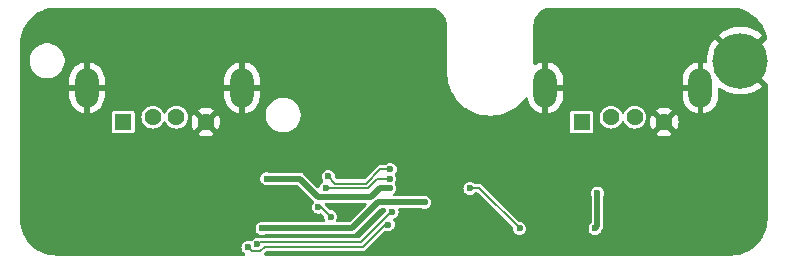
<source format=gbr>
%TF.GenerationSoftware,KiCad,Pcbnew,8.0.2*%
%TF.CreationDate,2025-12-10T20:43:24-08:00*%
%TF.ProjectId,USBHubV3,55534248-7562-4563-932e-6b696361645f,rev?*%
%TF.SameCoordinates,Original*%
%TF.FileFunction,Copper,L2,Bot*%
%TF.FilePolarity,Positive*%
%FSLAX46Y46*%
G04 Gerber Fmt 4.6, Leading zero omitted, Abs format (unit mm)*
G04 Created by KiCad (PCBNEW 8.0.2) date 2025-12-10 20:43:24*
%MOMM*%
%LPD*%
G01*
G04 APERTURE LIST*
%TA.AperFunction,ComponentPad*%
%ADD10C,4.700000*%
%TD*%
%TA.AperFunction,ComponentPad*%
%ADD11R,1.428000X1.428000*%
%TD*%
%TA.AperFunction,ComponentPad*%
%ADD12C,1.428000*%
%TD*%
%TA.AperFunction,ComponentPad*%
%ADD13O,2.000000X3.316000*%
%TD*%
%TA.AperFunction,ViaPad*%
%ADD14C,0.600000*%
%TD*%
%TA.AperFunction,Conductor*%
%ADD15C,0.500000*%
%TD*%
%TA.AperFunction,Conductor*%
%ADD16C,0.200000*%
%TD*%
G04 APERTURE END LIST*
D10*
%TO.P,H1,1,1*%
%TO.N,GND*%
X61500000Y-5000000D03*
%TD*%
D11*
%TO.P,J1,1,VUSB*%
%TO.N,+5V*%
X9250000Y-10190000D03*
D12*
%TO.P,J1,2,D-*%
%TO.N,D1-*%
X11750000Y-9790000D03*
%TO.P,J1,3,D+*%
%TO.N,D1+*%
X13750000Y-9790000D03*
%TO.P,J1,4,GND*%
%TO.N,GND*%
X16250000Y-10190000D03*
D13*
%TO.P,J1,5,SHIELD*%
X6180000Y-7280000D03*
%TO.P,J1,6,SHIELD__1*%
X19320000Y-7280000D03*
%TD*%
D11*
%TO.P,J2,1,VUSB*%
%TO.N,+5V*%
X48050000Y-10190000D03*
D12*
%TO.P,J2,2,D-*%
%TO.N,D4-*%
X50550000Y-9790000D03*
%TO.P,J2,3,D+*%
%TO.N,D4+*%
X52550000Y-9790000D03*
%TO.P,J2,4,GND*%
%TO.N,GND*%
X55050000Y-10190000D03*
D13*
%TO.P,J2,5,SHIELD*%
X44980000Y-7280000D03*
%TO.P,J2,6,SHIELD__1*%
X58120000Y-7280000D03*
%TD*%
D14*
%TO.N,GND*%
X28975735Y-11175735D03*
X38600000Y-14200000D03*
X29200000Y-17400000D03*
X45800000Y-14400000D03*
X59800000Y-19800000D03*
X58800000Y-15400000D03*
X34800000Y-18800000D03*
X5400000Y-12400000D03*
X15200000Y-14400000D03*
X60000000Y-14200000D03*
X38800000Y-19200000D03*
X44200000Y-12800000D03*
X45800000Y-16000000D03*
X7000000Y-16000000D03*
X27500000Y-4800000D03*
X18800000Y-16800000D03*
X34600000Y-14200000D03*
X53800000Y-14600000D03*
X7000000Y-14400000D03*
%TO.N,+5V*%
X49200000Y-19200000D03*
X21000000Y-19200000D03*
X49400000Y-16200000D03*
X34759648Y-16985312D03*
%TO.N,+3.3V*%
X38600000Y-15800000D03*
X42800000Y-19200000D03*
%TO.N,DRV*%
X31800000Y-15800000D03*
X21400000Y-15000000D03*
%TO.N,D1+*%
X26818015Y-18218015D03*
X25769485Y-17400000D03*
%TO.N,Net-(U1-BUSJ)*%
X20600000Y-20550000D03*
X32000000Y-17800000D03*
%TO.N,LED1*%
X26400000Y-15800000D03*
X31800000Y-15000000D03*
%TO.N,LED2*%
X26600000Y-14800000D03*
X31847139Y-14201391D03*
%TO.N,Net-(U1-VBUSM)*%
X31678861Y-18878860D03*
X19802761Y-20800000D03*
%TD*%
D15*
%TO.N,+5V*%
X28600000Y-19200000D02*
X21000000Y-19200000D01*
X30814688Y-16985312D02*
X28600000Y-19200000D01*
X49400000Y-16200000D02*
X49400000Y-19000000D01*
X34759648Y-16985312D02*
X30814688Y-16985312D01*
X49400000Y-19000000D02*
X49200000Y-19200000D01*
D16*
%TO.N,+3.3V*%
X39200000Y-15800000D02*
X38600000Y-15800000D01*
X42800000Y-19200000D02*
X39400000Y-15800000D01*
X39400000Y-15800000D02*
X39200000Y-15800000D01*
D15*
%TO.N,DRV*%
X30260050Y-16550000D02*
X31010050Y-15800000D01*
X31010050Y-15800000D02*
X31800000Y-15800000D01*
X29400000Y-16550000D02*
X30260050Y-16550000D01*
X24200000Y-15000000D02*
X25200000Y-16000000D01*
X25750000Y-16550000D02*
X29400000Y-16550000D01*
X25200000Y-16000000D02*
X25750000Y-16550000D01*
X21400000Y-15000000D02*
X24200000Y-15000000D01*
X29400000Y-16550000D02*
X30150000Y-16550000D01*
D16*
%TO.N,D1+*%
X26000000Y-17400000D02*
X26818015Y-18218015D01*
X25769485Y-17400000D02*
X26000000Y-17400000D01*
%TO.N,Net-(U1-BUSJ)*%
X31909191Y-17800000D02*
X32000000Y-17800000D01*
X20600000Y-20550000D02*
X20650000Y-20550000D01*
X20850000Y-20350000D02*
X29359191Y-20350000D01*
X20650000Y-20550000D02*
X20850000Y-20350000D01*
X29359191Y-20350000D02*
X31909191Y-17800000D01*
%TO.N,LED1*%
X26400000Y-15800000D02*
X29965686Y-15800000D01*
X29965686Y-15800000D02*
X30765686Y-15000000D01*
X30765686Y-15000000D02*
X31800000Y-15000000D01*
%TO.N,LED2*%
X26600000Y-14800000D02*
X27200000Y-15400000D01*
X29800000Y-15400000D02*
X30998609Y-14201391D01*
X27200000Y-15400000D02*
X29800000Y-15400000D01*
X30998609Y-14201391D02*
X31847139Y-14201391D01*
%TO.N,Net-(U1-VBUSM)*%
X29524877Y-20750000D02*
X31537439Y-18737438D01*
X19802761Y-20800000D02*
X20152761Y-21150000D01*
X20152761Y-21150000D02*
X20850000Y-21150000D01*
X20850000Y-21150000D02*
X21250000Y-20750000D01*
X21250000Y-20750000D02*
X29524877Y-20750000D01*
X31537439Y-18737438D02*
X31678861Y-18878860D01*
%TD*%
%TA.AperFunction,Conductor*%
%TO.N,GND*%
G36*
X35178834Y-500853D02*
G01*
X35378392Y-515667D01*
X35395866Y-518226D01*
X35491500Y-539275D01*
X35587136Y-560324D01*
X35604067Y-565337D01*
X35787435Y-634187D01*
X35803475Y-641553D01*
X35889337Y-688652D01*
X35975194Y-735749D01*
X35990033Y-745323D01*
X36023448Y-770424D01*
X36146637Y-862963D01*
X36159947Y-874532D01*
X36298259Y-1013236D01*
X36309798Y-1026589D01*
X36426991Y-1183519D01*
X36436524Y-1198385D01*
X36530233Y-1370368D01*
X36537557Y-1386439D01*
X36605885Y-1569996D01*
X36610851Y-1586942D01*
X36651276Y-1773119D01*
X36652408Y-1778330D01*
X36654917Y-1795812D01*
X36669185Y-1995678D01*
X36669500Y-2004508D01*
X36669500Y-6185135D01*
X36706957Y-6553497D01*
X36781492Y-6916191D01*
X36781493Y-6916197D01*
X36892330Y-7269463D01*
X37038349Y-7609730D01*
X37218037Y-7933467D01*
X37218040Y-7933472D01*
X37429561Y-8237374D01*
X37628823Y-8469487D01*
X37670740Y-8518315D01*
X37939106Y-8773416D01*
X38194831Y-8971363D01*
X38231901Y-9000057D01*
X38231914Y-9000066D01*
X38546117Y-9195910D01*
X38546126Y-9195915D01*
X38878552Y-9358978D01*
X38878559Y-9358980D01*
X38878560Y-9358981D01*
X39225760Y-9487571D01*
X39225762Y-9487571D01*
X39225769Y-9487574D01*
X39584214Y-9580382D01*
X39877010Y-9625236D01*
X39950209Y-9636450D01*
X39968057Y-9637355D01*
X40320000Y-9655204D01*
X40689790Y-9636450D01*
X41055786Y-9580382D01*
X41414231Y-9487574D01*
X41512116Y-9451321D01*
X47085500Y-9451321D01*
X47085500Y-10928678D01*
X47100032Y-11001735D01*
X47100033Y-11001739D01*
X47100034Y-11001740D01*
X47155399Y-11084601D01*
X47238260Y-11139966D01*
X47238264Y-11139967D01*
X47311321Y-11154499D01*
X47311324Y-11154500D01*
X47311326Y-11154500D01*
X48788676Y-11154500D01*
X48788677Y-11154499D01*
X48861740Y-11139966D01*
X48944601Y-11084601D01*
X48999966Y-11001740D01*
X49014500Y-10928674D01*
X49014500Y-9790000D01*
X49580833Y-9790000D01*
X49599454Y-9979073D01*
X49654607Y-10160888D01*
X49744162Y-10328434D01*
X49744167Y-10328440D01*
X49864694Y-10475305D01*
X50011559Y-10595832D01*
X50011565Y-10595837D01*
X50179111Y-10685392D01*
X50179113Y-10685392D01*
X50179116Y-10685394D01*
X50360925Y-10740545D01*
X50550000Y-10759167D01*
X50739075Y-10740545D01*
X50920884Y-10685394D01*
X50920888Y-10685392D01*
X51088434Y-10595837D01*
X51088436Y-10595834D01*
X51088440Y-10595833D01*
X51235305Y-10475305D01*
X51355833Y-10328440D01*
X51440642Y-10169775D01*
X51489604Y-10119931D01*
X51557742Y-10104470D01*
X51623421Y-10128302D01*
X51659358Y-10169775D01*
X51744163Y-10328434D01*
X51744167Y-10328440D01*
X51864694Y-10475305D01*
X52011559Y-10595832D01*
X52011565Y-10595837D01*
X52179111Y-10685392D01*
X52179113Y-10685392D01*
X52179116Y-10685394D01*
X52360925Y-10740545D01*
X52550000Y-10759167D01*
X52739075Y-10740545D01*
X52920884Y-10685394D01*
X52920888Y-10685392D01*
X53088434Y-10595837D01*
X53088436Y-10595834D01*
X53088440Y-10595833D01*
X53235305Y-10475305D01*
X53355833Y-10328440D01*
X53355834Y-10328436D01*
X53355837Y-10328434D01*
X53429832Y-10189999D01*
X53831363Y-10189999D01*
X53831363Y-10190000D01*
X53849876Y-10401609D01*
X53849878Y-10401619D01*
X53904853Y-10606790D01*
X53904858Y-10606804D01*
X53994626Y-10799313D01*
X53994628Y-10799317D01*
X54032723Y-10853723D01*
X54599697Y-10286749D01*
X54621349Y-10367553D01*
X54681909Y-10472446D01*
X54767554Y-10558091D01*
X54872447Y-10618651D01*
X54953249Y-10640302D01*
X54386275Y-11207275D01*
X54440682Y-11245371D01*
X54440684Y-11245372D01*
X54633195Y-11335141D01*
X54633209Y-11335146D01*
X54838380Y-11390121D01*
X54838390Y-11390123D01*
X55049999Y-11408637D01*
X55050001Y-11408637D01*
X55261609Y-11390123D01*
X55261619Y-11390121D01*
X55466790Y-11335146D01*
X55466804Y-11335141D01*
X55659315Y-11245372D01*
X55659319Y-11245370D01*
X55713723Y-11207275D01*
X55146750Y-10640302D01*
X55227553Y-10618651D01*
X55332446Y-10558091D01*
X55418091Y-10472446D01*
X55478651Y-10367553D01*
X55500302Y-10286749D01*
X56067275Y-10853722D01*
X56105370Y-10799319D01*
X56105372Y-10799315D01*
X56195141Y-10606804D01*
X56195146Y-10606790D01*
X56250121Y-10401619D01*
X56250123Y-10401609D01*
X56268637Y-10190000D01*
X56268637Y-10189999D01*
X56250123Y-9978390D01*
X56250121Y-9978380D01*
X56195146Y-9773209D01*
X56195141Y-9773195D01*
X56105370Y-9580681D01*
X56105369Y-9580679D01*
X56067276Y-9526276D01*
X56067275Y-9526275D01*
X55500302Y-10093249D01*
X55478651Y-10012447D01*
X55418091Y-9907554D01*
X55332446Y-9821909D01*
X55227553Y-9761349D01*
X55146750Y-9739697D01*
X55713723Y-9172723D01*
X55659317Y-9134628D01*
X55659313Y-9134626D01*
X55466804Y-9044858D01*
X55466790Y-9044853D01*
X55261619Y-8989878D01*
X55261609Y-8989876D01*
X55050001Y-8971363D01*
X55049999Y-8971363D01*
X54838390Y-8989876D01*
X54838380Y-8989878D01*
X54633209Y-9044853D01*
X54633195Y-9044858D01*
X54440683Y-9134627D01*
X54386276Y-9172723D01*
X54953250Y-9739697D01*
X54872447Y-9761349D01*
X54767554Y-9821909D01*
X54681909Y-9907554D01*
X54621349Y-10012447D01*
X54599697Y-10093250D01*
X54032723Y-9526276D01*
X53994627Y-9580683D01*
X53904858Y-9773195D01*
X53904853Y-9773209D01*
X53849878Y-9978380D01*
X53849876Y-9978390D01*
X53831363Y-10189999D01*
X53429832Y-10189999D01*
X53445392Y-10160888D01*
X53445392Y-10160887D01*
X53445394Y-10160884D01*
X53500545Y-9979075D01*
X53519167Y-9790000D01*
X53500545Y-9600925D01*
X53445394Y-9419116D01*
X53445392Y-9419113D01*
X53445392Y-9419111D01*
X53355837Y-9251565D01*
X53355832Y-9251559D01*
X53235305Y-9104694D01*
X53088440Y-8984167D01*
X53088434Y-8984162D01*
X52920888Y-8894607D01*
X52739073Y-8839454D01*
X52550000Y-8820833D01*
X52360926Y-8839454D01*
X52179111Y-8894607D01*
X52011565Y-8984162D01*
X52011559Y-8984167D01*
X51864694Y-9104694D01*
X51744167Y-9251559D01*
X51744162Y-9251565D01*
X51659358Y-9410224D01*
X51610396Y-9460069D01*
X51542258Y-9475529D01*
X51476578Y-9451697D01*
X51440642Y-9410224D01*
X51355837Y-9251565D01*
X51355832Y-9251559D01*
X51235305Y-9104694D01*
X51088440Y-8984167D01*
X51088434Y-8984162D01*
X50920888Y-8894607D01*
X50739073Y-8839454D01*
X50550000Y-8820833D01*
X50360926Y-8839454D01*
X50179111Y-8894607D01*
X50011565Y-8984162D01*
X50011559Y-8984167D01*
X49864694Y-9104694D01*
X49744167Y-9251559D01*
X49744162Y-9251565D01*
X49654607Y-9419111D01*
X49599454Y-9600926D01*
X49580833Y-9790000D01*
X49014500Y-9790000D01*
X49014500Y-9451326D01*
X49014500Y-9451323D01*
X49014499Y-9451321D01*
X48999967Y-9378264D01*
X48999966Y-9378260D01*
X48987080Y-9358975D01*
X48944601Y-9295399D01*
X48882666Y-9254016D01*
X48861739Y-9240033D01*
X48861735Y-9240032D01*
X48788677Y-9225500D01*
X48788674Y-9225500D01*
X47311326Y-9225500D01*
X47311323Y-9225500D01*
X47238264Y-9240032D01*
X47238260Y-9240033D01*
X47155399Y-9295399D01*
X47100033Y-9378260D01*
X47100032Y-9378264D01*
X47085500Y-9451321D01*
X41512116Y-9451321D01*
X41761448Y-9358978D01*
X42093874Y-9195915D01*
X42408098Y-9000058D01*
X42700894Y-8773416D01*
X42969260Y-8518315D01*
X43210440Y-8237372D01*
X43277384Y-8141189D01*
X43331836Y-8097413D01*
X43401314Y-8090023D01*
X43463758Y-8121370D01*
X43499341Y-8181500D01*
X43501631Y-8192629D01*
X43516934Y-8289248D01*
X43589897Y-8513802D01*
X43697085Y-8724171D01*
X43835866Y-8915186D01*
X44002813Y-9082133D01*
X44193828Y-9220914D01*
X44404195Y-9328102D01*
X44628744Y-9401063D01*
X44628750Y-9401065D01*
X44730000Y-9417101D01*
X44730000Y-8380001D01*
X44790402Y-8405021D01*
X44915981Y-8430000D01*
X45044019Y-8430000D01*
X45169598Y-8405021D01*
X45230000Y-8380001D01*
X45230000Y-9417100D01*
X45331249Y-9401065D01*
X45331255Y-9401063D01*
X45555804Y-9328102D01*
X45766171Y-9220914D01*
X45957186Y-9082133D01*
X46124133Y-8915186D01*
X46262914Y-8724171D01*
X46370102Y-8513802D01*
X46443065Y-8289247D01*
X46480000Y-8056052D01*
X46480000Y-7530000D01*
X45630000Y-7530000D01*
X45630000Y-7030000D01*
X46480000Y-7030000D01*
X46480000Y-6503947D01*
X46443065Y-6270752D01*
X46370102Y-6046197D01*
X46262914Y-5835828D01*
X46124133Y-5644813D01*
X45957186Y-5477866D01*
X45766171Y-5339085D01*
X45555802Y-5231897D01*
X45331247Y-5158934D01*
X45230000Y-5142897D01*
X45230000Y-6179998D01*
X45169598Y-6154979D01*
X45044019Y-6130000D01*
X44915981Y-6130000D01*
X44790402Y-6154979D01*
X44730000Y-6179998D01*
X44730000Y-5142897D01*
X44628752Y-5158934D01*
X44404197Y-5231897D01*
X44193825Y-5339087D01*
X44167385Y-5358297D01*
X44101579Y-5381777D01*
X44033525Y-5365952D01*
X43984830Y-5315846D01*
X43970500Y-5257979D01*
X43970500Y-2065905D01*
X43970501Y-2065902D01*
X43970500Y-2004435D01*
X43970816Y-1995590D01*
X43985128Y-1795446D01*
X43987644Y-1777947D01*
X44029354Y-1586208D01*
X44034333Y-1569250D01*
X44102905Y-1385400D01*
X44110253Y-1369310D01*
X44146158Y-1303554D01*
X44204293Y-1197085D01*
X44213848Y-1182218D01*
X44331437Y-1025136D01*
X44343010Y-1011779D01*
X44481769Y-873019D01*
X44495134Y-861440D01*
X44652209Y-743855D01*
X44667086Y-734293D01*
X44839307Y-640253D01*
X44855376Y-632914D01*
X45039246Y-564334D01*
X45056197Y-559357D01*
X45247936Y-517647D01*
X45265437Y-515130D01*
X45465400Y-500829D01*
X45474246Y-500513D01*
X45535892Y-500513D01*
X60703153Y-500513D01*
X60709894Y-500695D01*
X61023587Y-517777D01*
X61036455Y-519155D01*
X61343554Y-568393D01*
X61356218Y-571109D01*
X61656505Y-652136D01*
X61668812Y-656157D01*
X61959001Y-768089D01*
X61970825Y-773375D01*
X62247743Y-914987D01*
X62258959Y-921484D01*
X62519568Y-1091221D01*
X62530044Y-1098853D01*
X62771515Y-1294869D01*
X62781139Y-1303554D01*
X63000832Y-1523712D01*
X63009495Y-1533353D01*
X63205000Y-1775234D01*
X63212610Y-1785726D01*
X63381800Y-2046697D01*
X63388273Y-2057927D01*
X63529294Y-2335129D01*
X63534560Y-2346974D01*
X63645875Y-2637390D01*
X63649875Y-2649718D01*
X63730267Y-2950166D01*
X63732956Y-2962834D01*
X63744634Y-3036663D01*
X63735664Y-3105954D01*
X63709837Y-3143715D01*
X62615270Y-4238281D01*
X62529722Y-4120534D01*
X62379466Y-3970278D01*
X62261717Y-3884728D01*
X63330709Y-2815736D01*
X63330709Y-2815735D01*
X63204784Y-2710074D01*
X62927411Y-2527643D01*
X62630747Y-2378652D01*
X62630741Y-2378649D01*
X62318786Y-2265107D01*
X62318765Y-2265100D01*
X61995751Y-2188543D01*
X61995736Y-2188541D01*
X61665987Y-2150000D01*
X61334013Y-2150000D01*
X61004263Y-2188541D01*
X61004248Y-2188543D01*
X60681234Y-2265100D01*
X60681213Y-2265107D01*
X60369258Y-2378649D01*
X60369252Y-2378652D01*
X60072581Y-2527646D01*
X59795220Y-2710070D01*
X59795213Y-2710075D01*
X59669289Y-2815735D01*
X60738282Y-3884728D01*
X60620534Y-3970278D01*
X60470278Y-4120534D01*
X60384729Y-4238282D01*
X59312357Y-3165910D01*
X59312356Y-3165911D01*
X59114829Y-3431236D01*
X59114825Y-3431242D01*
X58948833Y-3718750D01*
X58948827Y-3718763D01*
X58817336Y-4023591D01*
X58722121Y-4341634D01*
X58722118Y-4341648D01*
X58664474Y-4668562D01*
X58664473Y-4668573D01*
X58645170Y-4999999D01*
X58647404Y-5038356D01*
X58631651Y-5106427D01*
X58581597Y-5155174D01*
X58513133Y-5169122D01*
X58485301Y-5163499D01*
X58471252Y-5158935D01*
X58370000Y-5142897D01*
X58370000Y-6175879D01*
X58324182Y-6156901D01*
X58188944Y-6130000D01*
X58051056Y-6130000D01*
X57915818Y-6156901D01*
X57870000Y-6175879D01*
X57870000Y-5142897D01*
X57768752Y-5158934D01*
X57544197Y-5231897D01*
X57333828Y-5339085D01*
X57142813Y-5477866D01*
X56975866Y-5644813D01*
X56837085Y-5835828D01*
X56729897Y-6046197D01*
X56656934Y-6270752D01*
X56620000Y-6503947D01*
X56620000Y-7030000D01*
X57420000Y-7030000D01*
X57420000Y-7530000D01*
X56620000Y-7530000D01*
X56620000Y-8056052D01*
X56656934Y-8289247D01*
X56729897Y-8513802D01*
X56837085Y-8724171D01*
X56975866Y-8915186D01*
X57142813Y-9082133D01*
X57333828Y-9220914D01*
X57544195Y-9328102D01*
X57768744Y-9401063D01*
X57768750Y-9401065D01*
X57870000Y-9417101D01*
X57870000Y-8384120D01*
X57915818Y-8403099D01*
X58051056Y-8430000D01*
X58188944Y-8430000D01*
X58324182Y-8403099D01*
X58370000Y-8384120D01*
X58370000Y-9417100D01*
X58471249Y-9401065D01*
X58471255Y-9401063D01*
X58695804Y-9328102D01*
X58906171Y-9220914D01*
X59097186Y-9082133D01*
X59264133Y-8915186D01*
X59402914Y-8724171D01*
X59510102Y-8513802D01*
X59583065Y-8289247D01*
X59620000Y-8056052D01*
X59620000Y-7404657D01*
X59639685Y-7337618D01*
X59692489Y-7291863D01*
X59761647Y-7281919D01*
X59812139Y-7301057D01*
X60072581Y-7472353D01*
X60369252Y-7621347D01*
X60369258Y-7621350D01*
X60681213Y-7734892D01*
X60681234Y-7734899D01*
X61004248Y-7811456D01*
X61004263Y-7811458D01*
X61334012Y-7849999D01*
X61334013Y-7850000D01*
X61665987Y-7850000D01*
X61665987Y-7849999D01*
X61995736Y-7811458D01*
X61995751Y-7811456D01*
X62318765Y-7734899D01*
X62318786Y-7734892D01*
X62630741Y-7621350D01*
X62630747Y-7621347D01*
X62927411Y-7472356D01*
X63204789Y-7289922D01*
X63330708Y-7184263D01*
X63330709Y-7184262D01*
X62261717Y-6115270D01*
X62379466Y-6029722D01*
X62529722Y-5879466D01*
X62615270Y-5761717D01*
X63695440Y-6841886D01*
X63734782Y-6850390D01*
X63784253Y-6899730D01*
X63799500Y-6959301D01*
X63799500Y-18403173D01*
X63799317Y-18409915D01*
X63782237Y-18723581D01*
X63780856Y-18736470D01*
X63731620Y-19043556D01*
X63728902Y-19056229D01*
X63647878Y-19356504D01*
X63643852Y-19368825D01*
X63531924Y-19659004D01*
X63526634Y-19670837D01*
X63385024Y-19947751D01*
X63378527Y-19958967D01*
X63208790Y-20219577D01*
X63201158Y-20230054D01*
X63005140Y-20471525D01*
X62996456Y-20481148D01*
X62776297Y-20700843D01*
X62766655Y-20709506D01*
X62524774Y-20905011D01*
X62514282Y-20912621D01*
X62253310Y-21081812D01*
X62242087Y-21088281D01*
X62036991Y-21192620D01*
X61964880Y-21229305D01*
X61953036Y-21234570D01*
X61662612Y-21345889D01*
X61650283Y-21349889D01*
X61349838Y-21430280D01*
X61337158Y-21432971D01*
X61029971Y-21481558D01*
X61017080Y-21482911D01*
X60703137Y-21499343D01*
X60696656Y-21499513D01*
X21295531Y-21499513D01*
X21228492Y-21479828D01*
X21182737Y-21427024D01*
X21172793Y-21357866D01*
X21201818Y-21294310D01*
X21207841Y-21287840D01*
X21358863Y-21136817D01*
X21420185Y-21103334D01*
X21446543Y-21100500D01*
X29571019Y-21100500D01*
X29571021Y-21100500D01*
X29660165Y-21076614D01*
X29740089Y-21030470D01*
X31349440Y-19421117D01*
X31410761Y-19387634D01*
X31480452Y-19392618D01*
X31484573Y-19394239D01*
X31535152Y-19415190D01*
X31662141Y-19431908D01*
X31678860Y-19434110D01*
X31678861Y-19434110D01*
X31678862Y-19434110D01*
X31693838Y-19432138D01*
X31822570Y-19415190D01*
X31956486Y-19359721D01*
X32071482Y-19271481D01*
X32159722Y-19156485D01*
X32215191Y-19022569D01*
X32234111Y-18878860D01*
X32215191Y-18735151D01*
X32159722Y-18601235D01*
X32159721Y-18601234D01*
X32159721Y-18601233D01*
X32099991Y-18523393D01*
X32074796Y-18458224D01*
X32088834Y-18389779D01*
X32137647Y-18339789D01*
X32150897Y-18333352D01*
X32277625Y-18280861D01*
X32392621Y-18192621D01*
X32480861Y-18077625D01*
X32536330Y-17943709D01*
X32555250Y-17800000D01*
X32536330Y-17656291D01*
X32536327Y-17656284D01*
X32534226Y-17648440D01*
X32535741Y-17648033D01*
X32529264Y-17587797D01*
X32560538Y-17525318D01*
X32620626Y-17489664D01*
X32651294Y-17485812D01*
X34504772Y-17485812D01*
X34552220Y-17495249D01*
X34615939Y-17521642D01*
X34711745Y-17534255D01*
X34759647Y-17540562D01*
X34759648Y-17540562D01*
X34759649Y-17540562D01*
X34774625Y-17538590D01*
X34903357Y-17521642D01*
X35037273Y-17466173D01*
X35152269Y-17377933D01*
X35240509Y-17262937D01*
X35295978Y-17129021D01*
X35314898Y-16985312D01*
X35295978Y-16841603D01*
X35240509Y-16707687D01*
X35152269Y-16592691D01*
X35037273Y-16504451D01*
X35037272Y-16504450D01*
X35037270Y-16504449D01*
X34903360Y-16448983D01*
X34903358Y-16448982D01*
X34903357Y-16448982D01*
X34831502Y-16439522D01*
X34759649Y-16430062D01*
X34759647Y-16430062D01*
X34615941Y-16448981D01*
X34601712Y-16454875D01*
X34552220Y-16475374D01*
X34504772Y-16484812D01*
X32177123Y-16484812D01*
X32110084Y-16465127D01*
X32064329Y-16412323D01*
X32054385Y-16343165D01*
X32083410Y-16279609D01*
X32101636Y-16262437D01*
X32122422Y-16246486D01*
X32192621Y-16192621D01*
X32280861Y-16077625D01*
X32336330Y-15943709D01*
X32355250Y-15800000D01*
X32355250Y-15799999D01*
X38044750Y-15799999D01*
X38044750Y-15800000D01*
X38063670Y-15943708D01*
X38063671Y-15943712D01*
X38119137Y-16077622D01*
X38119138Y-16077624D01*
X38119139Y-16077625D01*
X38207379Y-16192621D01*
X38322375Y-16280861D01*
X38456291Y-16336330D01*
X38583280Y-16353048D01*
X38599999Y-16355250D01*
X38600000Y-16355250D01*
X38600001Y-16355250D01*
X38614977Y-16353278D01*
X38743709Y-16336330D01*
X38877625Y-16280861D01*
X38992621Y-16192621D01*
X38992623Y-16192617D01*
X38992627Y-16192615D01*
X38998372Y-16186871D01*
X39000888Y-16189387D01*
X39044183Y-16157797D01*
X39086092Y-16150500D01*
X39153856Y-16150500D01*
X39203456Y-16150500D01*
X39270495Y-16170185D01*
X39291137Y-16186819D01*
X42208440Y-19104122D01*
X42241925Y-19165445D01*
X42243067Y-19191873D01*
X42244750Y-19191873D01*
X42244750Y-19199999D01*
X42244750Y-19200000D01*
X42258878Y-19307314D01*
X42263670Y-19343708D01*
X42263671Y-19343712D01*
X42319137Y-19477622D01*
X42319138Y-19477624D01*
X42319139Y-19477625D01*
X42407379Y-19592621D01*
X42522375Y-19680861D01*
X42656291Y-19736330D01*
X42783280Y-19753048D01*
X42799999Y-19755250D01*
X42800000Y-19755250D01*
X42800001Y-19755250D01*
X42814977Y-19753278D01*
X42943709Y-19736330D01*
X43077625Y-19680861D01*
X43192621Y-19592621D01*
X43280861Y-19477625D01*
X43336330Y-19343709D01*
X43355250Y-19200000D01*
X48644750Y-19200000D01*
X48658878Y-19307314D01*
X48663670Y-19343708D01*
X48663671Y-19343712D01*
X48719137Y-19477622D01*
X48719138Y-19477624D01*
X48719139Y-19477625D01*
X48807379Y-19592621D01*
X48922375Y-19680861D01*
X49056291Y-19736330D01*
X49183280Y-19753048D01*
X49199999Y-19755250D01*
X49200000Y-19755250D01*
X49200001Y-19755250D01*
X49214977Y-19753278D01*
X49343709Y-19736330D01*
X49477625Y-19680861D01*
X49592621Y-19592621D01*
X49680861Y-19477625D01*
X49707252Y-19413908D01*
X49734132Y-19373681D01*
X49760811Y-19347003D01*
X49800500Y-19307314D01*
X49866392Y-19193186D01*
X49900500Y-19065892D01*
X49900500Y-18934107D01*
X49900500Y-16454875D01*
X49909939Y-16407422D01*
X49936330Y-16343709D01*
X49955250Y-16200000D01*
X49936330Y-16056291D01*
X49880861Y-15922375D01*
X49792621Y-15807379D01*
X49677625Y-15719139D01*
X49677624Y-15719138D01*
X49677622Y-15719137D01*
X49543712Y-15663671D01*
X49543710Y-15663670D01*
X49543709Y-15663670D01*
X49471854Y-15654210D01*
X49400001Y-15644750D01*
X49399999Y-15644750D01*
X49256291Y-15663670D01*
X49256287Y-15663671D01*
X49122377Y-15719137D01*
X49007379Y-15807379D01*
X48919137Y-15922377D01*
X48863671Y-16056287D01*
X48863670Y-16056291D01*
X48845722Y-16192620D01*
X48844750Y-16200000D01*
X48863598Y-16343165D01*
X48863670Y-16343708D01*
X48863670Y-16343709D01*
X48890061Y-16407422D01*
X48899500Y-16454875D01*
X48899500Y-18675541D01*
X48879815Y-18742580D01*
X48850987Y-18773916D01*
X48807382Y-18807375D01*
X48719137Y-18922377D01*
X48663671Y-19056287D01*
X48663670Y-19056291D01*
X48644750Y-19200000D01*
X43355250Y-19200000D01*
X43336330Y-19056291D01*
X43299350Y-18967013D01*
X43280862Y-18922377D01*
X43280861Y-18922376D01*
X43280861Y-18922375D01*
X43192621Y-18807379D01*
X43077625Y-18719139D01*
X43077624Y-18719138D01*
X43077622Y-18719137D01*
X42943712Y-18663671D01*
X42943710Y-18663670D01*
X42943709Y-18663670D01*
X42852638Y-18651680D01*
X42800001Y-18644750D01*
X42791873Y-18644750D01*
X42791873Y-18641243D01*
X42738613Y-18632772D01*
X42704122Y-18608440D01*
X39615213Y-15519531D01*
X39615208Y-15519527D01*
X39535291Y-15473387D01*
X39535287Y-15473385D01*
X39529926Y-15471949D01*
X39529926Y-15471948D01*
X39461476Y-15453608D01*
X39446144Y-15449500D01*
X39446143Y-15449500D01*
X39086092Y-15449500D01*
X39019053Y-15429815D01*
X38999587Y-15411913D01*
X38998372Y-15413129D01*
X38992627Y-15407384D01*
X38992621Y-15407379D01*
X38877625Y-15319139D01*
X38877624Y-15319138D01*
X38877622Y-15319137D01*
X38743712Y-15263671D01*
X38743710Y-15263670D01*
X38743709Y-15263670D01*
X38671854Y-15254210D01*
X38600001Y-15244750D01*
X38599999Y-15244750D01*
X38456291Y-15263670D01*
X38456287Y-15263671D01*
X38322377Y-15319137D01*
X38207379Y-15407379D01*
X38119137Y-15522377D01*
X38063671Y-15656287D01*
X38063670Y-15656291D01*
X38044750Y-15799999D01*
X32355250Y-15799999D01*
X32336330Y-15656291D01*
X32280861Y-15522375D01*
X32244881Y-15475485D01*
X32219687Y-15410318D01*
X32233725Y-15341873D01*
X32244882Y-15324513D01*
X32249006Y-15319139D01*
X32280861Y-15277625D01*
X32336330Y-15143709D01*
X32355250Y-15000000D01*
X32336330Y-14856291D01*
X32280861Y-14722376D01*
X32280862Y-14722376D01*
X32278637Y-14719477D01*
X32268985Y-14706899D01*
X32243790Y-14641733D01*
X32257826Y-14573288D01*
X32268985Y-14555925D01*
X32272081Y-14551891D01*
X32328000Y-14479016D01*
X32383469Y-14345100D01*
X32402389Y-14201391D01*
X32383469Y-14057682D01*
X32328000Y-13923766D01*
X32239760Y-13808770D01*
X32124764Y-13720530D01*
X32124763Y-13720529D01*
X32124761Y-13720528D01*
X31990851Y-13665062D01*
X31990849Y-13665061D01*
X31990848Y-13665061D01*
X31918993Y-13655601D01*
X31847140Y-13646141D01*
X31847138Y-13646141D01*
X31703430Y-13665061D01*
X31703426Y-13665062D01*
X31569516Y-13720528D01*
X31454511Y-13808775D01*
X31448767Y-13814520D01*
X31446250Y-13812003D01*
X31402956Y-13843594D01*
X31361047Y-13850891D01*
X30952465Y-13850891D01*
X30868682Y-13873339D01*
X30868683Y-13873340D01*
X30863321Y-13874776D01*
X30863317Y-13874778D01*
X30783400Y-13920918D01*
X30783395Y-13920922D01*
X29691137Y-15013181D01*
X29629814Y-15046666D01*
X29603456Y-15049500D01*
X27396544Y-15049500D01*
X27329505Y-15029815D01*
X27308863Y-15013181D01*
X27191560Y-14895878D01*
X27158075Y-14834555D01*
X27156983Y-14808129D01*
X27155250Y-14808129D01*
X27155250Y-14800000D01*
X27155250Y-14799999D01*
X27136330Y-14656291D01*
X27080861Y-14522375D01*
X26992621Y-14407379D01*
X26877625Y-14319139D01*
X26877624Y-14319138D01*
X26877622Y-14319137D01*
X26743712Y-14263671D01*
X26743710Y-14263670D01*
X26743709Y-14263670D01*
X26671854Y-14254210D01*
X26600001Y-14244750D01*
X26599999Y-14244750D01*
X26456291Y-14263670D01*
X26456287Y-14263671D01*
X26322377Y-14319137D01*
X26207379Y-14407379D01*
X26119137Y-14522377D01*
X26063671Y-14656287D01*
X26063670Y-14656291D01*
X26044750Y-14800000D01*
X26052160Y-14856287D01*
X26063670Y-14943708D01*
X26063671Y-14943712D01*
X26119138Y-15077623D01*
X26119139Y-15077625D01*
X26162482Y-15134111D01*
X26187676Y-15199280D01*
X26173638Y-15267725D01*
X26128814Y-15314180D01*
X26128823Y-15314192D01*
X26128746Y-15314250D01*
X26126113Y-15316980D01*
X26122381Y-15319134D01*
X26007379Y-15407379D01*
X25919137Y-15522377D01*
X25863671Y-15656287D01*
X25863670Y-15656290D01*
X25863670Y-15656291D01*
X25861640Y-15671711D01*
X25833373Y-15735608D01*
X25775048Y-15774078D01*
X25705183Y-15774909D01*
X25651020Y-15743206D01*
X24507316Y-14599502D01*
X24507314Y-14599500D01*
X24424853Y-14551891D01*
X24393187Y-14533608D01*
X24329539Y-14516554D01*
X24265892Y-14499500D01*
X24265891Y-14499500D01*
X21654876Y-14499500D01*
X21607427Y-14490062D01*
X21543709Y-14463670D01*
X21543708Y-14463669D01*
X21543706Y-14463669D01*
X21400001Y-14444750D01*
X21399999Y-14444750D01*
X21256291Y-14463670D01*
X21256287Y-14463671D01*
X21122377Y-14519137D01*
X21007379Y-14607379D01*
X20919137Y-14722377D01*
X20863671Y-14856287D01*
X20863670Y-14856291D01*
X20844750Y-15000000D01*
X20854969Y-15077623D01*
X20863670Y-15143708D01*
X20863671Y-15143712D01*
X20919137Y-15277622D01*
X20919138Y-15277623D01*
X20919139Y-15277625D01*
X21007379Y-15392621D01*
X21122375Y-15480861D01*
X21256291Y-15536330D01*
X21383280Y-15553048D01*
X21399999Y-15555250D01*
X21400000Y-15555250D01*
X21400001Y-15555250D01*
X21435927Y-15550520D01*
X21543709Y-15536330D01*
X21607427Y-15509937D01*
X21654876Y-15500500D01*
X23941324Y-15500500D01*
X24008363Y-15520185D01*
X24029005Y-15536819D01*
X25353243Y-16861057D01*
X25386728Y-16922380D01*
X25381744Y-16992072D01*
X25363938Y-17024224D01*
X25288624Y-17122374D01*
X25288623Y-17122376D01*
X25233156Y-17256287D01*
X25233155Y-17256291D01*
X25214235Y-17399999D01*
X25214235Y-17400000D01*
X25233155Y-17543708D01*
X25233156Y-17543712D01*
X25288622Y-17677622D01*
X25288623Y-17677624D01*
X25288624Y-17677625D01*
X25376864Y-17792621D01*
X25491860Y-17880861D01*
X25625776Y-17936330D01*
X25752765Y-17953048D01*
X25769484Y-17955250D01*
X25769485Y-17955250D01*
X25769486Y-17955250D01*
X25817388Y-17948943D01*
X25913194Y-17936330D01*
X25926769Y-17930706D01*
X25996236Y-17923237D01*
X26058716Y-17954510D01*
X26061904Y-17957586D01*
X26226455Y-18122137D01*
X26259940Y-18183460D01*
X26261082Y-18209888D01*
X26262765Y-18209888D01*
X26262765Y-18218014D01*
X26262765Y-18218015D01*
X26279119Y-18342237D01*
X26281685Y-18361723D01*
X26281686Y-18361727D01*
X26337153Y-18495638D01*
X26337153Y-18495639D01*
X26340511Y-18500015D01*
X26365704Y-18565185D01*
X26351665Y-18633629D01*
X26302850Y-18683618D01*
X26242134Y-18699500D01*
X21254876Y-18699500D01*
X21207427Y-18690062D01*
X21143709Y-18663670D01*
X21143708Y-18663669D01*
X21143706Y-18663669D01*
X21000001Y-18644750D01*
X20999999Y-18644750D01*
X20856291Y-18663670D01*
X20856287Y-18663671D01*
X20722377Y-18719137D01*
X20607379Y-18807379D01*
X20519137Y-18922377D01*
X20463671Y-19056287D01*
X20463670Y-19056291D01*
X20444750Y-19200000D01*
X20458878Y-19307314D01*
X20463670Y-19343708D01*
X20463671Y-19343712D01*
X20519137Y-19477622D01*
X20519138Y-19477624D01*
X20519139Y-19477625D01*
X20607379Y-19592621D01*
X20722375Y-19680861D01*
X20856291Y-19736330D01*
X20973460Y-19751755D01*
X20979575Y-19752561D01*
X20996316Y-19759967D01*
X21001676Y-19756523D01*
X21020425Y-19752561D01*
X21034811Y-19750666D01*
X21143709Y-19736330D01*
X21207427Y-19709937D01*
X21254876Y-19700500D01*
X28665890Y-19700500D01*
X28665892Y-19700500D01*
X28793186Y-19666392D01*
X28907314Y-19600500D01*
X30985683Y-17522131D01*
X31047006Y-17488646D01*
X31073364Y-17485812D01*
X31348706Y-17485812D01*
X31415745Y-17505497D01*
X31461500Y-17558301D01*
X31471444Y-17627459D01*
X31465692Y-17648420D01*
X31465773Y-17648442D01*
X31463670Y-17656288D01*
X31454980Y-17722291D01*
X31426712Y-17786187D01*
X31419722Y-17793785D01*
X29250328Y-19963181D01*
X29189005Y-19996666D01*
X29162647Y-19999500D01*
X21036611Y-19999500D01*
X21001336Y-19989142D01*
X20982495Y-19998019D01*
X20963389Y-19999500D01*
X20803856Y-19999500D01*
X20772400Y-20007928D01*
X20724125Y-20011091D01*
X20600002Y-19994750D01*
X20599999Y-19994750D01*
X20456291Y-20013670D01*
X20456287Y-20013671D01*
X20322377Y-20069137D01*
X20207376Y-20157381D01*
X20140485Y-20244555D01*
X20084057Y-20285758D01*
X20014311Y-20289912D01*
X19994659Y-20283630D01*
X19967486Y-20272375D01*
X19946470Y-20263670D01*
X19874615Y-20254210D01*
X19802762Y-20244750D01*
X19802760Y-20244750D01*
X19659052Y-20263670D01*
X19659048Y-20263671D01*
X19525138Y-20319137D01*
X19410140Y-20407379D01*
X19321898Y-20522377D01*
X19266432Y-20656287D01*
X19266431Y-20656291D01*
X19247511Y-20799999D01*
X19247511Y-20800000D01*
X19266431Y-20943708D01*
X19266432Y-20943712D01*
X19321898Y-21077622D01*
X19321899Y-21077624D01*
X19321900Y-21077625D01*
X19410140Y-21192621D01*
X19520285Y-21277139D01*
X19561486Y-21333565D01*
X19565641Y-21403311D01*
X19531428Y-21464232D01*
X19469711Y-21496984D01*
X19444797Y-21499513D01*
X3673994Y-21499513D01*
X3673855Y-21499504D01*
X3665892Y-21499504D01*
X3603246Y-21499504D01*
X3596756Y-21499334D01*
X3282500Y-21482864D01*
X3269592Y-21481507D01*
X2961998Y-21432789D01*
X2949303Y-21430091D01*
X2648479Y-21349486D01*
X2636134Y-21345475D01*
X2458108Y-21277137D01*
X2345384Y-21233866D01*
X2333529Y-21228588D01*
X2056028Y-21087194D01*
X2044801Y-21080712D01*
X1783611Y-20911093D01*
X1773110Y-20903464D01*
X1531074Y-20707467D01*
X1521429Y-20698782D01*
X1301219Y-20478572D01*
X1292534Y-20468927D01*
X1096537Y-20226891D01*
X1088908Y-20216390D01*
X993282Y-20069139D01*
X919291Y-19955203D01*
X912803Y-19943967D01*
X819050Y-19759967D01*
X771407Y-19666462D01*
X766138Y-19654627D01*
X654524Y-19363864D01*
X650515Y-19351526D01*
X648421Y-19343712D01*
X569906Y-19050691D01*
X567210Y-19038001D01*
X564766Y-19022572D01*
X518493Y-18730411D01*
X517136Y-18717503D01*
X500670Y-18403322D01*
X500500Y-18396832D01*
X500500Y-9451321D01*
X8285500Y-9451321D01*
X8285500Y-10928678D01*
X8300032Y-11001735D01*
X8300033Y-11001739D01*
X8300034Y-11001740D01*
X8355399Y-11084601D01*
X8438260Y-11139966D01*
X8438264Y-11139967D01*
X8511321Y-11154499D01*
X8511324Y-11154500D01*
X8511326Y-11154500D01*
X9988676Y-11154500D01*
X9988677Y-11154499D01*
X10061740Y-11139966D01*
X10144601Y-11084601D01*
X10199966Y-11001740D01*
X10214500Y-10928674D01*
X10214500Y-9790000D01*
X10780833Y-9790000D01*
X10799454Y-9979073D01*
X10854607Y-10160888D01*
X10944162Y-10328434D01*
X10944167Y-10328440D01*
X11064694Y-10475305D01*
X11211559Y-10595832D01*
X11211565Y-10595837D01*
X11379111Y-10685392D01*
X11379113Y-10685392D01*
X11379116Y-10685394D01*
X11560925Y-10740545D01*
X11750000Y-10759167D01*
X11939075Y-10740545D01*
X12120884Y-10685394D01*
X12120888Y-10685392D01*
X12288434Y-10595837D01*
X12288436Y-10595834D01*
X12288440Y-10595833D01*
X12435305Y-10475305D01*
X12555833Y-10328440D01*
X12640642Y-10169775D01*
X12689604Y-10119931D01*
X12757742Y-10104470D01*
X12823421Y-10128302D01*
X12859358Y-10169775D01*
X12944163Y-10328434D01*
X12944167Y-10328440D01*
X13064694Y-10475305D01*
X13211559Y-10595832D01*
X13211565Y-10595837D01*
X13379111Y-10685392D01*
X13379113Y-10685392D01*
X13379116Y-10685394D01*
X13560925Y-10740545D01*
X13750000Y-10759167D01*
X13939075Y-10740545D01*
X14120884Y-10685394D01*
X14120888Y-10685392D01*
X14288434Y-10595837D01*
X14288436Y-10595834D01*
X14288440Y-10595833D01*
X14435305Y-10475305D01*
X14555833Y-10328440D01*
X14555834Y-10328436D01*
X14555837Y-10328434D01*
X14629832Y-10189999D01*
X15031363Y-10189999D01*
X15031363Y-10190000D01*
X15049876Y-10401609D01*
X15049878Y-10401619D01*
X15104853Y-10606790D01*
X15104858Y-10606804D01*
X15194626Y-10799313D01*
X15194628Y-10799317D01*
X15232723Y-10853723D01*
X15799697Y-10286749D01*
X15821349Y-10367553D01*
X15881909Y-10472446D01*
X15967554Y-10558091D01*
X16072447Y-10618651D01*
X16153249Y-10640302D01*
X15586275Y-11207275D01*
X15640682Y-11245371D01*
X15640684Y-11245372D01*
X15833195Y-11335141D01*
X15833209Y-11335146D01*
X16038380Y-11390121D01*
X16038390Y-11390123D01*
X16249999Y-11408637D01*
X16250001Y-11408637D01*
X16461609Y-11390123D01*
X16461619Y-11390121D01*
X16666790Y-11335146D01*
X16666804Y-11335141D01*
X16859315Y-11245372D01*
X16859319Y-11245370D01*
X16913723Y-11207275D01*
X16346750Y-10640302D01*
X16427553Y-10618651D01*
X16532446Y-10558091D01*
X16618091Y-10472446D01*
X16678651Y-10367553D01*
X16700302Y-10286749D01*
X17267275Y-10853722D01*
X17305370Y-10799319D01*
X17305372Y-10799315D01*
X17395141Y-10606804D01*
X17395146Y-10606790D01*
X17450121Y-10401619D01*
X17450123Y-10401609D01*
X17468637Y-10190000D01*
X17468637Y-10189999D01*
X17450123Y-9978390D01*
X17450121Y-9978380D01*
X17395146Y-9773209D01*
X17395141Y-9773195D01*
X17305370Y-9580681D01*
X17305369Y-9580679D01*
X17267276Y-9526276D01*
X17267275Y-9526275D01*
X16700302Y-10093249D01*
X16678651Y-10012447D01*
X16618091Y-9907554D01*
X16532446Y-9821909D01*
X16427553Y-9761349D01*
X16346750Y-9739697D01*
X16602729Y-9483718D01*
X21322500Y-9483718D01*
X21322500Y-9716281D01*
X21358881Y-9945983D01*
X21358881Y-9945986D01*
X21430745Y-10167160D01*
X21512918Y-10328434D01*
X21536328Y-10374379D01*
X21673026Y-10562527D01*
X21837473Y-10726974D01*
X22025621Y-10863672D01*
X22232837Y-10969253D01*
X22232839Y-10969254D01*
X22454014Y-11041118D01*
X22454015Y-11041118D01*
X22454018Y-11041119D01*
X22683718Y-11077500D01*
X22683719Y-11077500D01*
X22916281Y-11077500D01*
X22916282Y-11077500D01*
X23145982Y-11041119D01*
X23145985Y-11041118D01*
X23145986Y-11041118D01*
X23367160Y-10969254D01*
X23367160Y-10969253D01*
X23367163Y-10969253D01*
X23574379Y-10863672D01*
X23762527Y-10726974D01*
X23926974Y-10562527D01*
X24063672Y-10374379D01*
X24169253Y-10167163D01*
X24219523Y-10012447D01*
X24241118Y-9945986D01*
X24241118Y-9945985D01*
X24241119Y-9945982D01*
X24277500Y-9716282D01*
X24277500Y-9483718D01*
X24241119Y-9254018D01*
X24241118Y-9254014D01*
X24241118Y-9254013D01*
X24169254Y-9032839D01*
X24147363Y-8989876D01*
X24063672Y-8825621D01*
X23926974Y-8637473D01*
X23762527Y-8473026D01*
X23574379Y-8336328D01*
X23451515Y-8273726D01*
X23367160Y-8230745D01*
X23145985Y-8158881D01*
X22973707Y-8131595D01*
X22916282Y-8122500D01*
X22683718Y-8122500D01*
X22607151Y-8134627D01*
X22454016Y-8158881D01*
X22454013Y-8158881D01*
X22232839Y-8230745D01*
X22025620Y-8336328D01*
X21918275Y-8414319D01*
X21837473Y-8473026D01*
X21837471Y-8473028D01*
X21837470Y-8473028D01*
X21673028Y-8637470D01*
X21673028Y-8637471D01*
X21673026Y-8637473D01*
X21614319Y-8718275D01*
X21536328Y-8825620D01*
X21430745Y-9032839D01*
X21358881Y-9254013D01*
X21358881Y-9254016D01*
X21322500Y-9483718D01*
X16602729Y-9483718D01*
X16913723Y-9172723D01*
X16859317Y-9134628D01*
X16859313Y-9134626D01*
X16666804Y-9044858D01*
X16666790Y-9044853D01*
X16461619Y-8989878D01*
X16461609Y-8989876D01*
X16250001Y-8971363D01*
X16249999Y-8971363D01*
X16038390Y-8989876D01*
X16038380Y-8989878D01*
X15833209Y-9044853D01*
X15833195Y-9044858D01*
X15640683Y-9134627D01*
X15586276Y-9172723D01*
X16153250Y-9739697D01*
X16072447Y-9761349D01*
X15967554Y-9821909D01*
X15881909Y-9907554D01*
X15821349Y-10012447D01*
X15799697Y-10093250D01*
X15232723Y-9526276D01*
X15194627Y-9580683D01*
X15104858Y-9773195D01*
X15104853Y-9773209D01*
X15049878Y-9978380D01*
X15049876Y-9978390D01*
X15031363Y-10189999D01*
X14629832Y-10189999D01*
X14645392Y-10160888D01*
X14645392Y-10160887D01*
X14645394Y-10160884D01*
X14700545Y-9979075D01*
X14719167Y-9790000D01*
X14700545Y-9600925D01*
X14645394Y-9419116D01*
X14645392Y-9419113D01*
X14645392Y-9419111D01*
X14555837Y-9251565D01*
X14555832Y-9251559D01*
X14435305Y-9104694D01*
X14288440Y-8984167D01*
X14288434Y-8984162D01*
X14120888Y-8894607D01*
X13939073Y-8839454D01*
X13750000Y-8820833D01*
X13560926Y-8839454D01*
X13379111Y-8894607D01*
X13211565Y-8984162D01*
X13211559Y-8984167D01*
X13064694Y-9104694D01*
X12944167Y-9251559D01*
X12944162Y-9251565D01*
X12859358Y-9410224D01*
X12810396Y-9460069D01*
X12742258Y-9475529D01*
X12676578Y-9451697D01*
X12640642Y-9410224D01*
X12555837Y-9251565D01*
X12555832Y-9251559D01*
X12435305Y-9104694D01*
X12288440Y-8984167D01*
X12288434Y-8984162D01*
X12120888Y-8894607D01*
X11939073Y-8839454D01*
X11750000Y-8820833D01*
X11560926Y-8839454D01*
X11379111Y-8894607D01*
X11211565Y-8984162D01*
X11211559Y-8984167D01*
X11064694Y-9104694D01*
X10944167Y-9251559D01*
X10944162Y-9251565D01*
X10854607Y-9419111D01*
X10799454Y-9600926D01*
X10780833Y-9790000D01*
X10214500Y-9790000D01*
X10214500Y-9451326D01*
X10214500Y-9451323D01*
X10214499Y-9451321D01*
X10199967Y-9378264D01*
X10199966Y-9378260D01*
X10187080Y-9358975D01*
X10144601Y-9295399D01*
X10082666Y-9254016D01*
X10061739Y-9240033D01*
X10061735Y-9240032D01*
X9988677Y-9225500D01*
X9988674Y-9225500D01*
X8511326Y-9225500D01*
X8511323Y-9225500D01*
X8438264Y-9240032D01*
X8438260Y-9240033D01*
X8355399Y-9295399D01*
X8300033Y-9378260D01*
X8300032Y-9378264D01*
X8285500Y-9451321D01*
X500500Y-9451321D01*
X500500Y-6503947D01*
X4680000Y-6503947D01*
X4680000Y-7030000D01*
X5530000Y-7030000D01*
X5530000Y-7530000D01*
X4680000Y-7530000D01*
X4680000Y-8056052D01*
X4716934Y-8289247D01*
X4789897Y-8513802D01*
X4897085Y-8724171D01*
X5035866Y-8915186D01*
X5202813Y-9082133D01*
X5393828Y-9220914D01*
X5604195Y-9328102D01*
X5828744Y-9401063D01*
X5828750Y-9401065D01*
X5930000Y-9417101D01*
X5930000Y-8380001D01*
X5990402Y-8405021D01*
X6115981Y-8430000D01*
X6244019Y-8430000D01*
X6369598Y-8405021D01*
X6430000Y-8380001D01*
X6430000Y-9417100D01*
X6531249Y-9401065D01*
X6531255Y-9401063D01*
X6755804Y-9328102D01*
X6966171Y-9220914D01*
X7157186Y-9082133D01*
X7324133Y-8915186D01*
X7462914Y-8724171D01*
X7570102Y-8513802D01*
X7643065Y-8289247D01*
X7680000Y-8056052D01*
X7680000Y-7530000D01*
X6830000Y-7530000D01*
X6830000Y-7030000D01*
X7680000Y-7030000D01*
X7680000Y-6503947D01*
X17820000Y-6503947D01*
X17820000Y-7030000D01*
X18620000Y-7030000D01*
X18620000Y-7530000D01*
X17820000Y-7530000D01*
X17820000Y-8056052D01*
X17856934Y-8289247D01*
X17929897Y-8513802D01*
X18037085Y-8724171D01*
X18175866Y-8915186D01*
X18342813Y-9082133D01*
X18533828Y-9220914D01*
X18744195Y-9328102D01*
X18968744Y-9401063D01*
X18968750Y-9401065D01*
X19070000Y-9417101D01*
X19070000Y-8384120D01*
X19115818Y-8403099D01*
X19251056Y-8430000D01*
X19388944Y-8430000D01*
X19524182Y-8403099D01*
X19570000Y-8384120D01*
X19570000Y-9417100D01*
X19671249Y-9401065D01*
X19671255Y-9401063D01*
X19895804Y-9328102D01*
X20106171Y-9220914D01*
X20297186Y-9082133D01*
X20464133Y-8915186D01*
X20602914Y-8724171D01*
X20710102Y-8513802D01*
X20783065Y-8289247D01*
X20820000Y-8056052D01*
X20820000Y-7530000D01*
X20020000Y-7530000D01*
X20020000Y-7030000D01*
X20820000Y-7030000D01*
X20820000Y-6503947D01*
X20783065Y-6270752D01*
X20710102Y-6046197D01*
X20602914Y-5835828D01*
X20464133Y-5644813D01*
X20297186Y-5477866D01*
X20106171Y-5339085D01*
X19895802Y-5231897D01*
X19671247Y-5158934D01*
X19570000Y-5142897D01*
X19570000Y-6175879D01*
X19524182Y-6156901D01*
X19388944Y-6130000D01*
X19251056Y-6130000D01*
X19115818Y-6156901D01*
X19070000Y-6175879D01*
X19070000Y-5142897D01*
X18968752Y-5158934D01*
X18744197Y-5231897D01*
X18533828Y-5339085D01*
X18342813Y-5477866D01*
X18175866Y-5644813D01*
X18037085Y-5835828D01*
X17929897Y-6046197D01*
X17856934Y-6270752D01*
X17820000Y-6503947D01*
X7680000Y-6503947D01*
X7643065Y-6270752D01*
X7570102Y-6046197D01*
X7462914Y-5835828D01*
X7324133Y-5644813D01*
X7157186Y-5477866D01*
X6966171Y-5339085D01*
X6755802Y-5231897D01*
X6531247Y-5158934D01*
X6430000Y-5142897D01*
X6430000Y-6179998D01*
X6369598Y-6154979D01*
X6244019Y-6130000D01*
X6115981Y-6130000D01*
X5990402Y-6154979D01*
X5930000Y-6179998D01*
X5930000Y-5142897D01*
X5828752Y-5158934D01*
X5604197Y-5231897D01*
X5393828Y-5339085D01*
X5202813Y-5477866D01*
X5035866Y-5644813D01*
X4897085Y-5835828D01*
X4789897Y-6046197D01*
X4716934Y-6270752D01*
X4680000Y-6503947D01*
X500500Y-6503947D01*
X500500Y-4883718D01*
X1322500Y-4883718D01*
X1322500Y-5116282D01*
X1330869Y-5169122D01*
X1358881Y-5345983D01*
X1358881Y-5345986D01*
X1430745Y-5567160D01*
X1430747Y-5567163D01*
X1536328Y-5774379D01*
X1673026Y-5962527D01*
X1837473Y-6126974D01*
X2025621Y-6263672D01*
X2129809Y-6316758D01*
X2232839Y-6369254D01*
X2454014Y-6441118D01*
X2454015Y-6441118D01*
X2454018Y-6441119D01*
X2683718Y-6477500D01*
X2683719Y-6477500D01*
X2916281Y-6477500D01*
X2916282Y-6477500D01*
X3145982Y-6441119D01*
X3145985Y-6441118D01*
X3145986Y-6441118D01*
X3367160Y-6369254D01*
X3367160Y-6369253D01*
X3367163Y-6369253D01*
X3574379Y-6263672D01*
X3762527Y-6126974D01*
X3926974Y-5962527D01*
X4063672Y-5774379D01*
X4169253Y-5567163D01*
X4229489Y-5381777D01*
X4241118Y-5345986D01*
X4241118Y-5345985D01*
X4241119Y-5345982D01*
X4277500Y-5116282D01*
X4277500Y-4883718D01*
X4241119Y-4654018D01*
X4241118Y-4654014D01*
X4241118Y-4654013D01*
X4169254Y-4432839D01*
X4122783Y-4341634D01*
X4063672Y-4225621D01*
X3926974Y-4037473D01*
X3762527Y-3873026D01*
X3574379Y-3736328D01*
X3367160Y-3630745D01*
X3145985Y-3558881D01*
X2973707Y-3531595D01*
X2916282Y-3522500D01*
X2683718Y-3522500D01*
X2610447Y-3534105D01*
X2454016Y-3558881D01*
X2454013Y-3558881D01*
X2232839Y-3630745D01*
X2025620Y-3736328D01*
X1918275Y-3814319D01*
X1837473Y-3873026D01*
X1837471Y-3873028D01*
X1837470Y-3873028D01*
X1673028Y-4037470D01*
X1673028Y-4037471D01*
X1673026Y-4037473D01*
X1614319Y-4118275D01*
X1536328Y-4225620D01*
X1430745Y-4432839D01*
X1358881Y-4654013D01*
X1358881Y-4654016D01*
X1354152Y-4683874D01*
X1322500Y-4883718D01*
X500500Y-4883718D01*
X500500Y-3603248D01*
X500670Y-3596759D01*
X517138Y-3282511D01*
X518495Y-3269603D01*
X567079Y-2962847D01*
X567213Y-2961997D01*
X569905Y-2949329D01*
X650518Y-2648475D01*
X654522Y-2636154D01*
X766135Y-2345390D01*
X771405Y-2333551D01*
X912805Y-2056038D01*
X919292Y-2044804D01*
X1088918Y-1783601D01*
X1096520Y-1773138D01*
X1292539Y-1531074D01*
X1301206Y-1521449D01*
X1521436Y-1301219D01*
X1531061Y-1292552D01*
X1773125Y-1096533D01*
X1783588Y-1088931D01*
X2044797Y-919300D01*
X2056025Y-912818D01*
X2333538Y-771418D01*
X2345377Y-766148D01*
X2636141Y-654535D01*
X2648462Y-650531D01*
X2949316Y-569918D01*
X2961984Y-567226D01*
X3269592Y-518507D01*
X3282495Y-517151D01*
X3596754Y-500683D01*
X3603243Y-500513D01*
X3665890Y-500513D01*
X35169654Y-500513D01*
X35178834Y-500853D01*
G37*
%TD.AperFunction*%
%TA.AperFunction,Conductor*%
G36*
X29809363Y-17070185D02*
G01*
X29855118Y-17122989D01*
X29865062Y-17192147D01*
X29836037Y-17255703D01*
X29830005Y-17262181D01*
X28429005Y-18663181D01*
X28367682Y-18696666D01*
X28341324Y-18699500D01*
X27393896Y-18699500D01*
X27326857Y-18679815D01*
X27281102Y-18627011D01*
X27271158Y-18557853D01*
X27295519Y-18500015D01*
X27295811Y-18499633D01*
X27298876Y-18495640D01*
X27354345Y-18361724D01*
X27373265Y-18218015D01*
X27354345Y-18074306D01*
X27298876Y-17940390D01*
X27210636Y-17825394D01*
X27095640Y-17737154D01*
X27095639Y-17737153D01*
X27095637Y-17737152D01*
X26961727Y-17681686D01*
X26961725Y-17681685D01*
X26961724Y-17681685D01*
X26870653Y-17669695D01*
X26818016Y-17662765D01*
X26809888Y-17662765D01*
X26809888Y-17659258D01*
X26756628Y-17650787D01*
X26722137Y-17626455D01*
X26357863Y-17262181D01*
X26324378Y-17200858D01*
X26329362Y-17131166D01*
X26371234Y-17075233D01*
X26436698Y-17050816D01*
X26445544Y-17050500D01*
X29334108Y-17050500D01*
X29742324Y-17050500D01*
X29809363Y-17070185D01*
G37*
%TD.AperFunction*%
%TD*%
M02*

</source>
